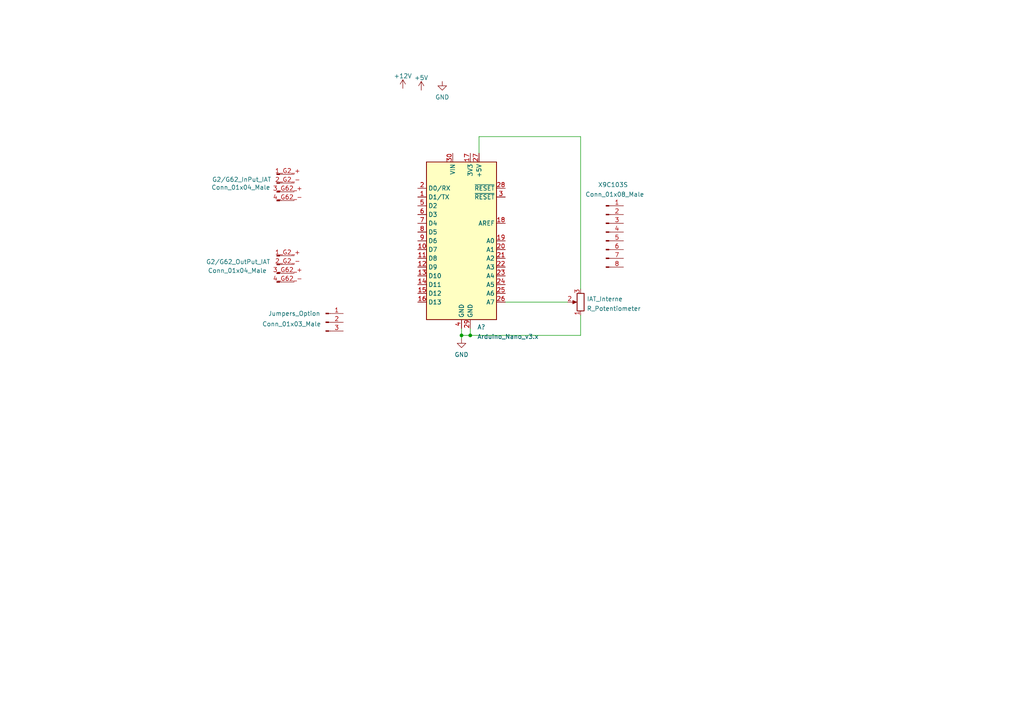
<source format=kicad_sch>
(kicad_sch (version 20211123) (generator eeschema)
  (paper "A4")
  (title_block (title "012-Amesis-ColdStartE85") (date "2022-09-15") (rev "v0.01_Golf 1.6L 16v "))
  (lib_symbols
    (symbol "Conn_01x04_Male_1" (pin_names (offset 1.016) hide)
      (property "Reference" "G2/G62_InPut_IAT" (at 0.635 6.5827 0))
      (property "Value" "Conn_01x04_Male_1" (at -5.588 -8.128 0))
      (symbol "Conn_01x04_Male_1_1_1"
        (polyline (pts (xy 1.27 -5.08) (xy 0.8636 -5.08)) (stroke (width 0.1524)))
        (polyline (pts (xy 1.27 -2.54) (xy 0.8636 -2.54)) (stroke (width 0.1524)))
        (polyline (pts (xy 1.27 0) (xy 0.8636 0)) (stroke (width 0.1524)))
        (polyline (pts (xy 1.27 2.54) (xy 0.8636 2.54)) (stroke (width 0.1524)))
        (rectangle (start 0.8636 -4.953) (end 0 -5.207) (stroke (width 0.1524)) (fill (type outline)))
        (rectangle (start 0.8636 -2.413) (end 0 -2.667) (stroke (width 0.1524)) (fill (type outline)))
        (rectangle (start 0.8636 0.127) (end 0 -0.127) (stroke (width 0.1524)) (fill (type outline)))
        (rectangle (start 0.8636 2.667) (end 0 2.413) (stroke (width 0.1524)) (fill (type outline)))
        (pin passive line (at 5.08 2.54 180) (length 3.81) (name "Pin_1") (number "1_G2_+"))
        (pin passive line (at 5.08 0 180) (length 3.81) (name "Pin_2") (number "2_G2_-"))
        (pin passive line (at 5.08 -2.54 180) (length 3.81) (name "Pin_3") (number "3_G62_+"))
        (pin passive line (at 5.08 -5.08 180) (length 3.81) (name "Pin_4") (number "4_G62_-"))
      )
    )
    (symbol "Connector:Conn_01x03_Male" (pin_names (offset 1.016) hide)
      (property "Reference" "J" (at 0 5.08 0))
      (property "Value" "Conn_01x03_Male" (at 0 -5.08 0))
      (symbol "Conn_01x03_Male_1_1"
        (polyline (pts (xy 1.27 -2.54) (xy 0.8636 -2.54)) (stroke (width 0.1524)))
        (polyline (pts (xy 1.27 0) (xy 0.8636 0)) (stroke (width 0.1524)))
        (polyline (pts (xy 1.27 2.54) (xy 0.8636 2.54)) (stroke (width 0.1524)))
        (rectangle (start 0.8636 -2.413) (end 0 -2.667) (stroke (width 0.1524)) (fill (type outline)))
        (rectangle (start 0.8636 0.127) (end 0 -0.127) (stroke (width 0.1524)) (fill (type outline)))
        (rectangle (start 0.8636 2.667) (end 0 2.413) (stroke (width 0.1524)) (fill (type outline)))
        (pin passive line (at 5.08 2.54 180) (length 3.81) (name "Pin_1") (number "1"))
        (pin passive line (at 5.08 0 180) (length 3.81) (name "Pin_2") (number "2"))
        (pin passive line (at 5.08 -2.54 180) (length 3.81) (name "Pin_3") (number "3"))
      )
    )
    (symbol "Connector:Conn_01x04_Male" (pin_names (offset 1.016) hide)
      (property "Reference" "G2/G62_OutPut_IAT" (at 0.635 6.5827 0))
      (property "Value" "Conn_01x04_Male" (at -9.652 3.302 0))
      (symbol "Conn_01x04_Male_1_1"
        (polyline (pts (xy 1.27 -5.08) (xy 0.8636 -5.08)) (stroke (width 0.1524)))
        (polyline (pts (xy 1.27 -2.54) (xy 0.8636 -2.54)) (stroke (width 0.1524)))
        (polyline (pts (xy 1.27 0) (xy 0.8636 0)) (stroke (width 0.1524)))
        (polyline (pts (xy 1.27 2.54) (xy 0.8636 2.54)) (stroke (width 0.1524)))
        (rectangle (start 0.8636 -4.953) (end 0 -5.207) (stroke (width 0.1524)) (fill (type outline)))
        (rectangle (start 0.8636 -2.413) (end 0 -2.667) (stroke (width 0.1524)) (fill (type outline)))
        (rectangle (start 0.8636 0.127) (end 0 -0.127) (stroke (width 0.1524)) (fill (type outline)))
        (rectangle (start 0.8636 2.667) (end 0 2.413) (stroke (width 0.1524)) (fill (type outline)))
        (pin passive line (at 5.08 2.54 180) (length 3.81) (name "Pin_1") (number "1_G2_+"))
        (pin passive line (at 5.08 0 180) (length 3.81) (name "Pin_2") (number "2_G2_-"))
        (pin passive line (at 5.08 -2.54 180) (length 3.81) (name "Pin_3") (number "3_G62_+"))
        (pin passive line (at 5.08 -5.08 180) (length 3.81) (name "Pin_4") (number "4_G62_-"))
      )
    )
    (symbol "Connector:Conn_01x08_Male" (pin_names (offset 1.016) hide)
      (property "Reference" "J" (at 0 10.16 0))
      (property "Value" "Conn_01x08_Male" (at 0 -12.7 0))
      (symbol "Conn_01x08_Male_1_1"
        (polyline (pts (xy 1.27 -10.16) (xy 0.8636 -10.16)) (stroke (width 0.1524)))
        (polyline (pts (xy 1.27 -7.62) (xy 0.8636 -7.62)) (stroke (width 0.1524)))
        (polyline (pts (xy 1.27 -5.08) (xy 0.8636 -5.08)) (stroke (width 0.1524)))
        (polyline (pts (xy 1.27 -2.54) (xy 0.8636 -2.54)) (stroke (width 0.1524)))
        (polyline (pts (xy 1.27 0) (xy 0.8636 0)) (stroke (width 0.1524)))
        (polyline (pts (xy 1.27 2.54) (xy 0.8636 2.54)) (stroke (width 0.1524)))
        (polyline (pts (xy 1.27 5.08) (xy 0.8636 5.08)) (stroke (width 0.1524)))
        (polyline (pts (xy 1.27 7.62) (xy 0.8636 7.62)) (stroke (width 0.1524)))
        (rectangle (start 0.8636 -10.033) (end 0 -10.287) (stroke (width 0.1524)) (fill (type outline)))
        (rectangle (start 0.8636 -7.493) (end 0 -7.747) (stroke (width 0.1524)) (fill (type outline)))
        (rectangle (start 0.8636 -4.953) (end 0 -5.207) (stroke (width 0.1524)) (fill (type outline)))
        (rectangle (start 0.8636 -2.413) (end 0 -2.667) (stroke (width 0.1524)) (fill (type outline)))
        (rectangle (start 0.8636 0.127) (end 0 -0.127) (stroke (width 0.1524)) (fill (type outline)))
        (rectangle (start 0.8636 2.667) (end 0 2.413) (stroke (width 0.1524)) (fill (type outline)))
        (rectangle (start 0.8636 5.207) (end 0 4.953) (stroke (width 0.1524)) (fill (type outline)))
        (rectangle (start 0.8636 7.747) (end 0 7.493) (stroke (width 0.1524)) (fill (type outline)))
        (pin passive line (at 5.08 7.62 180) (length 3.81) (name "Pin_1") (number "1"))
        (pin passive line (at 5.08 5.08 180) (length 3.81) (name "Pin_2") (number "2"))
        (pin passive line (at 5.08 2.54 180) (length 3.81) (name "Pin_3") (number "3"))
        (pin passive line (at 5.08 0 180) (length 3.81) (name "Pin_4") (number "4"))
        (pin passive line (at 5.08 -2.54 180) (length 3.81) (name "Pin_5") (number "5"))
        (pin passive line (at 5.08 -5.08 180) (length 3.81) (name "Pin_6") (number "6"))
        (pin passive line (at 5.08 -7.62 180) (length 3.81) (name "Pin_7") (number "7"))
        (pin passive line (at 5.08 -10.16 180) (length 3.81) (name "Pin_8") (number "8"))
      )
    )
    (symbol "Device:R_Potentiometer" (pin_names (offset 1.016) hide)
      (property "Reference" "RV" (at -4.445 0 90))
      (property "Value" "R_Potentiometer" (at -2.54 0 90))
      (symbol "R_Potentiometer_0_1"
        (polyline (pts (xy 2.54 0) (xy 1.524 0)))
        (polyline (pts (xy 1.143 0) (xy 2.286 0.508) (xy 2.286 -0.508) (xy 1.143 0)) (fill (type outline)))
        (rectangle (start 1.016 2.54) (end -1.016 -2.54) (stroke (width 0.254)))
      )
      (symbol "R_Potentiometer_1_1"
        (pin passive line (at 0 3.81 270) (length 1.27) (name "1") (number "1"))
        (pin passive line (at 3.81 0 180) (length 1.27) (name "2") (number "2"))
        (pin passive line (at 0 -3.81 90) (length 1.27) (name "3") (number "3"))
      )
    )
    (symbol "MCU_Module:Arduino_Nano_v3.x"
      (property "Reference" "A" (at -10.16 23.495 0))
      (property "Value" "Arduino_Nano_v3.x" (at 5.08 -24.13 0))
      (symbol "Arduino_Nano_v3.x_0_1"
        (rectangle (start -10.16 22.86) (end 10.16 -22.86) (stroke (width 0.254)) (fill (type background)))
      )
      (symbol "Arduino_Nano_v3.x_1_1"
        (pin bidirectional line (at -12.7 12.7 0) (length 2.54) (name "D1/TX") (number "1"))
        (pin bidirectional line (at -12.7 -2.54 0) (length 2.54) (name "D7") (number "10"))
        (pin bidirectional line (at -12.7 -5.08 0) (length 2.54) (name "D8") (number "11"))
        (pin bidirectional line (at -12.7 -7.62 0) (length 2.54) (name "D9") (number "12"))
        (pin bidirectional line (at -12.7 -10.16 0) (length 2.54) (name "D10") (number "13"))
        (pin bidirectional line (at -12.7 -12.7 0) (length 2.54) (name "D11") (number "14"))
        (pin bidirectional line (at -12.7 -15.24 0) (length 2.54) (name "D12") (number "15"))
        (pin bidirectional line (at -12.7 -17.78 0) (length 2.54) (name "D13") (number "16"))
        (pin power_out line (at 2.54 25.4 270) (length 2.54) (name "3V3") (number "17"))
        (pin input line (at 12.7 5.08 180) (length 2.54) (name "AREF") (number "18"))
        (pin bidirectional line (at 12.7 0 180) (length 2.54) (name "A0") (number "19"))
        (pin bidirectional line (at -12.7 15.24 0) (length 2.54) (name "D0/RX") (number "2"))
        (pin bidirectional line (at 12.7 -2.54 180) (length 2.54) (name "A1") (number "20"))
        (pin bidirectional line (at 12.7 -5.08 180) (length 2.54) (name "A2") (number "21"))
        (pin bidirectional line (at 12.7 -7.62 180) (length 2.54) (name "A3") (number "22"))
        (pin bidirectional line (at 12.7 -10.16 180) (length 2.54) (name "A4") (number "23"))
        (pin bidirectional line (at 12.7 -12.7 180) (length 2.54) (name "A5") (number "24"))
        (pin bidirectional line (at 12.7 -15.24 180) (length 2.54) (name "A6") (number "25"))
        (pin bidirectional line (at 12.7 -17.78 180) (length 2.54) (name "A7") (number "26"))
        (pin power_out line (at 5.08 25.4 270) (length 2.54) (name "+5V") (number "27"))
        (pin input line (at 12.7 15.24 180) (length 2.54) (name "~{RESET}") (number "28"))
        (pin power_in line (at 2.54 -25.4 90) (length 2.54) (name "GND") (number "29"))
        (pin input line (at 12.7 12.7 180) (length 2.54) (name "~{RESET}") (number "3"))
        (pin power_in line (at -2.54 25.4 270) (length 2.54) (name "VIN") (number "30"))
        (pin power_in line (at 0 -25.4 90) (length 2.54) (name "GND") (number "4"))
        (pin bidirectional line (at -12.7 10.16 0) (length 2.54) (name "D2") (number "5"))
        (pin bidirectional line (at -12.7 7.62 0) (length 2.54) (name "D3") (number "6"))
        (pin bidirectional line (at -12.7 5.08 0) (length 2.54) (name "D4") (number "7"))
        (pin bidirectional line (at -12.7 2.54 0) (length 2.54) (name "D5") (number "8"))
        (pin bidirectional line (at -12.7 0 0) (length 2.54) (name "D6") (number "9"))
      )
    )
    (symbol "power:+12V" (power) (pin_names (offset 0))
      (property "Value" "+12V" (at 0 3.556 0))
      (symbol "+12V_0_1"
        (polyline (pts (xy -0.762 1.27) (xy 0 2.54)))
        (polyline (pts (xy 0 0) (xy 0 2.54)))
        (polyline (pts (xy 0 2.54) (xy 0.762 1.27)))
      )
      (symbol "+12V_1_1"
        (pin power_in line (at 0 0 90) (length 0) hide (name "+12V") (number "1"))
      )
    )
    (symbol "power:+5V" (power) (pin_names (offset 0))
      (property "Value" "+5V" (at 0 3.556 0))
      (symbol "+5V_0_1"
        (polyline (pts (xy -0.762 1.27) (xy 0 2.54)))
        (polyline (pts (xy 0 0) (xy 0 2.54)))
        (polyline (pts (xy 0 2.54) (xy 0.762 1.27)))
      )
      (symbol "+5V_1_1"
        (pin power_in line (at 0 0 90) (length 0) hide (name "+5V") (number "1"))
      )
    )
    (symbol "power:GND" (power) (pin_names (offset 0))
      (property "Value" "GND" (at 0 -3.81 0))
      (symbol "GND_0_1"
        (polyline (pts (xy 0 0) (xy 0 -1.27) (xy 1.27 -1.27) (xy 0 -2.54) (xy -1.27 -1.27) (xy 0 -1.27)))
      )
      (symbol "GND_1_1"
        (pin power_in line (at 0 0 270) (length 0) hide (name "GND") (number "1"))
      )
    )
  )
  (junction (at 133.858 97.282))
  (junction (at 136.398 97.282))
  (wire (pts (xy 168.402 83.82) (xy 168.402 39.624)))
  (wire (pts (xy 136.398 97.282) (xy 133.858 97.282)))
  (wire (pts (xy 168.402 97.282) (xy 136.398 97.282)))
  (wire (pts (xy 168.402 39.624) (xy 138.938 39.624)))
  (wire (pts (xy 133.858 97.282) (xy 133.858 95.25)))
  (wire (pts (xy 146.558 87.63) (xy 164.592 87.63)))
  (wire (pts (xy 133.858 98.298) (xy 133.858 97.282)))
  (wire (pts (xy 168.402 91.44) (xy 168.402 97.282)))
  (wire (pts (xy 138.938 39.624) (xy 138.938 44.45)))
  (wire (pts (xy 136.398 95.25) (xy 136.398 97.282)))
  (symbol (lib_id "power:GND") (at 128.27 23.622 0) (unit 1)
    (property "Reference" "#PWR?" (effects hide))
    (property "Value" "GND" (at 128.27 28.1845 0))
  )
  (symbol (lib_id "Connector:Conn_01x04_Male") (at 80.264 76.708 0) (unit 1)
    (property "Reference" "G2/G62_OutPut_IAT" (at 69.088 75.946 0))
    (property "Value" "Conn_01x04_Male" (at 68.834 78.486 0))
  )
  (symbol (lib_name "Conn_01x04_Male_1") (lib_id "Connector:Conn_01x04_Male") (at 80.264 53.086 0) (unit 1)
    (property "Reference" "G2/G62_InPut_IAT" (at 70.104 52.07 0))
    (property "Value" "Conn_01x04_Male" (at 69.85 54.356 0))
  )
  (symbol (lib_id "power:+5V") (at 122.174 26.162 0) (unit 1)
    (property "Reference" "#PWR?" (effects hide))
    (property "Value" "+5V" (at 122.174 22.5575 0))
  )
  (symbol (lib_id "MCU_Module:Arduino_Nano_v3.x") (at 133.858 69.85 0) (unit 1)
    (property "Reference" "A?" (at 138.4174 94.8595 0) (effects (justify left)))
    (property "Value" "Arduino_Nano_v3.x" (at 138.4174 97.6346 0) (effects (justify left)))
    (property "Footprint" "Module:Arduino_Nano" (effects hide))
    (property "Datasheet" "http://www.mouser.com/pdfdocs/Gravitech_Arduino_Nano3_0.pdf" (effects hide))
  )
  (symbol (lib_id "Connector:Conn_01x08_Male") (at 175.768 67.31 0) (unit 1)
    (property "Reference" "X9C103S" (at 177.8 53.594 0))
    (property "Value" "Conn_01x08_Male" (at 178.308 56.388 0))
  )
  (symbol (lib_id "power:GND") (at 133.858 98.298 0) (unit 1)
    (property "Reference" "#PWR?" (effects hide))
    (property "Value" "GND" (at 133.858 102.8605 0))
  )
  (symbol (lib_id "Connector:Conn_01x03_Male") (at 94.488 93.472 0) (unit 1)
    (property "Reference" "Jumpers_Option" (at 85.344 90.932 0))
    (property "Value" "Conn_01x03_Male" (at 84.582 93.98 0))
  )
  (symbol (lib_id "Device:R_Potentiometer") (at 168.402 87.63 180) (unit 1)
    (property "Reference" "IAT_Interne" (at 170.18 86.7215 0) (effects (justify right)))
    (property "Value" "R_Potentiometer" (at 170.18 89.4966 0) (effects (justify right)))
  )
  (symbol (lib_id "power:+12V") (at 116.84 25.654 0) (unit 1)
    (property "Reference" "#PWR?" (effects hide))
    (property "Value" "+12V" (at 116.84 22.0495 0))
  )
)
</source>
